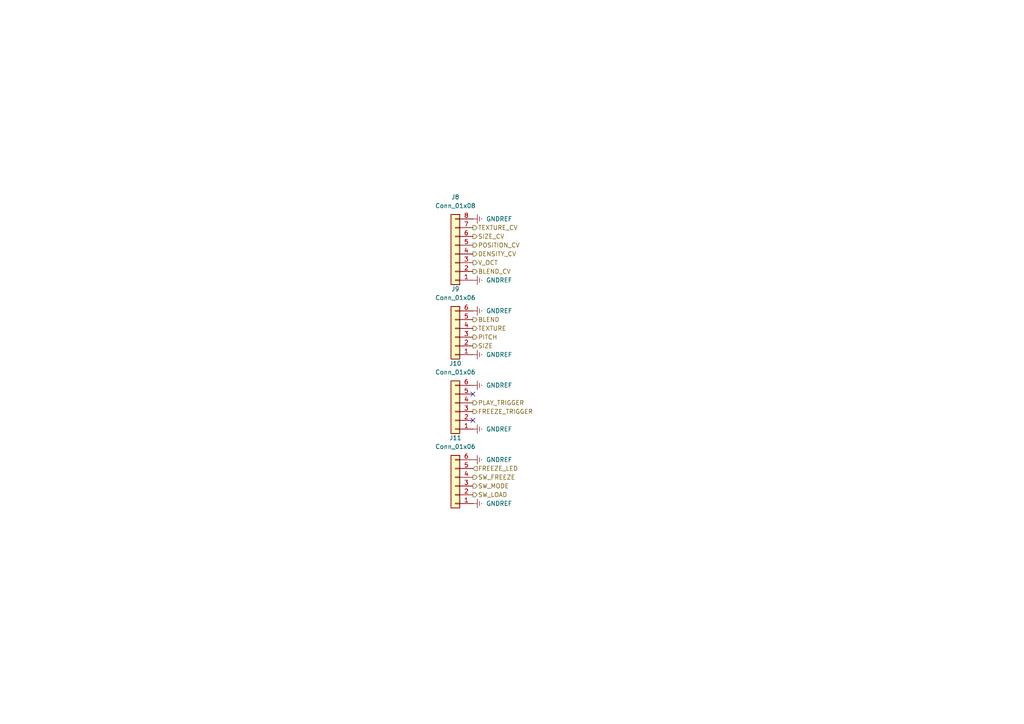
<source format=kicad_sch>
(kicad_sch (version 20231120) (generator "eeschema") (generator_version "8.0")
  (paper "A4")
  (lib_symbols
    (symbol "Connector_Generic:Conn_01x06" (pin_names (offset 1.016) hide)
      (property "Reference" "J" (at 0 7.62 0))
      (property "Value" "Conn_01x06" (at 0 -10.16 0))
      (symbol "Conn_01x06_1_1"
        (rectangle (start -1.27 -7.493) (end 0 -7.747) (stroke (width 0.1524)))
        (rectangle (start -1.27 -4.953) (end 0 -5.207) (stroke (width 0.1524)))
        (rectangle (start -1.27 -2.413) (end 0 -2.667) (stroke (width 0.1524)))
        (rectangle (start -1.27 0.127) (end 0 -0.127) (stroke (width 0.1524)))
        (rectangle (start -1.27 2.667) (end 0 2.413) (stroke (width 0.1524)))
        (rectangle (start -1.27 5.207) (end 0 4.953) (stroke (width 0.1524)))
        (rectangle (start -1.27 6.35) (end 1.27 -8.89) (stroke (width 0.254)) (fill (type background)))
        (pin passive line (at -5.08 5.08 0) (length 3.81) (name "Pin_1") (number "1"))
        (pin passive line (at -5.08 2.54 0) (length 3.81) (name "Pin_2") (number "2"))
        (pin passive line (at -5.08 0 0) (length 3.81) (name "Pin_3") (number "3"))
        (pin passive line (at -5.08 -2.54 0) (length 3.81) (name "Pin_4") (number "4"))
        (pin passive line (at -5.08 -5.08 0) (length 3.81) (name "Pin_5") (number "5"))
        (pin passive line (at -5.08 -7.62 0) (length 3.81) (name "Pin_6") (number "6"))
      )
    )
    (symbol "Connector_Generic:Conn_01x08" (pin_names (offset 1.016) hide)
      (property "Reference" "J" (at 0 10.16 0))
      (property "Value" "Conn_01x08" (at 0 -12.7 0))
      (symbol "Conn_01x08_1_1"
        (rectangle (start -1.27 -10.033) (end 0 -10.287) (stroke (width 0.1524)))
        (rectangle (start -1.27 -7.493) (end 0 -7.747) (stroke (width 0.1524)))
        (rectangle (start -1.27 -4.953) (end 0 -5.207) (stroke (width 0.1524)))
        (rectangle (start -1.27 -2.413) (end 0 -2.667) (stroke (width 0.1524)))
        (rectangle (start -1.27 0.127) (end 0 -0.127) (stroke (width 0.1524)))
        (rectangle (start -1.27 2.667) (end 0 2.413) (stroke (width 0.1524)))
        (rectangle (start -1.27 5.207) (end 0 4.953) (stroke (width 0.1524)))
        (rectangle (start -1.27 7.747) (end 0 7.493) (stroke (width 0.1524)))
        (rectangle (start -1.27 8.89) (end 1.27 -11.43) (stroke (width 0.254)) (fill (type background)))
        (pin passive line (at -5.08 7.62 0) (length 3.81) (name "Pin_1") (number "1"))
        (pin passive line (at -5.08 5.08 0) (length 3.81) (name "Pin_2") (number "2"))
        (pin passive line (at -5.08 2.54 0) (length 3.81) (name "Pin_3") (number "3"))
        (pin passive line (at -5.08 0 0) (length 3.81) (name "Pin_4") (number "4"))
        (pin passive line (at -5.08 -2.54 0) (length 3.81) (name "Pin_5") (number "5"))
        (pin passive line (at -5.08 -5.08 0) (length 3.81) (name "Pin_6") (number "6"))
        (pin passive line (at -5.08 -7.62 0) (length 3.81) (name "Pin_7") (number "7"))
        (pin passive line (at -5.08 -10.16 0) (length 3.81) (name "Pin_8") (number "8"))
      )
    )
    (symbol "power:GNDREF" (power) (pin_numbers hide) (pin_names (offset 0) hide)
      (property "Value" "GNDREF" (at 0 -3.81 0))
      (symbol "GNDREF_0_1"
        (polyline (pts (xy -0.635 -1.905) (xy 0.635 -1.905)))
        (polyline (pts (xy -0.127 -2.54) (xy 0.127 -2.54)))
        (polyline (pts (xy 0 -1.27) (xy 0 0)))
        (polyline (pts (xy 1.27 -1.27) (xy -1.27 -1.27)))
      )
      (symbol "GNDREF_1_1"
        (pin power_in line (at 0 0 270) (length 0) (name "~") (number "1"))
      )
    )
  )
  (no_connect (at 137.16 114.3))
  (no_connect (at 137.16 121.92))
  (hierarchical_label "SIZE_CV" (shape output) (at 137.16 68.58 0))
  (hierarchical_label "TEXTURE" (shape output) (at 137.16 95.25 0))
  (hierarchical_label "SIZE" (shape output) (at 137.16 100.33 0))
  (hierarchical_label "TEXTURE_CV" (shape output) (at 137.16 66.04 0))
  (hierarchical_label "POSITION_CV" (shape output) (at 137.16 71.12 0))
  (hierarchical_label "FREEZE_TRIGGER" (shape output) (at 137.16 119.38 0))
  (hierarchical_label "PLAY_TRIGGER" (shape output) (at 137.16 116.84 0))
  (hierarchical_label "SW_LOAD" (shape output) (at 137.16 143.51 0))
  (hierarchical_label "DENSITY_CV" (shape output) (at 137.16 73.66 0))
  (hierarchical_label "BLEND_CV" (shape output) (at 137.16 78.74 0))
  (hierarchical_label "SW_FREEZE" (shape output) (at 137.16 138.43 0))
  (hierarchical_label "BLEND" (shape output) (at 137.16 92.71 0))
  (hierarchical_label "FREEZE_LED" (shape input) (at 137.16 135.89 0))
  (hierarchical_label "V_OCT" (shape output) (at 137.16 76.2 0))
  (hierarchical_label "SW_MODE" (shape output) (at 137.16 140.97 0))
  (hierarchical_label "PITCH" (shape output) (at 137.16 97.79 0))
  (symbol (lib_id "power:GNDREF") (at 137.16 90.17 90) (unit 1)
    (property "Reference" "#PWR044" (effects (hide yes)))
    (property "Value" "GNDREF" (at 140.97 90.1699 90) (effects (justify right)))
    (property "Description" "Power symbol creates a global label with name \"GNDREF\" , reference supply ground" (effects (hide yes)))
  )
  (symbol (lib_id "Connector_Generic:Conn_01x06") (at 132.08 119.38 180) (unit 1)
    (property "Reference" "J10" (at 132.08 105.41 0))
    (property "Value" "Conn_01x06" (at 132.08 107.95 0))
    (property "Footprint" "Connector_PinHeader_2.54mm:PinHeader_1x06_P2.54mm_Vertical" (effects (hide yes)))
    (property "Description" "Generic connector, single row, 01x06, script generated (kicad-library-utils/schlib/autogen/connector/)" (effects (hide yes)))
  )
  (symbol (lib_id "power:GNDREF") (at 137.16 81.28 90) (unit 1)
    (property "Reference" "#PWR043" (effects (hide yes)))
    (property "Value" "GNDREF" (at 140.97 81.2799 90) (effects (justify right)))
    (property "Description" "Power symbol creates a global label with name \"GNDREF\" , reference supply ground" (effects (hide yes)))
  )
  (symbol (lib_id "Connector_Generic:Conn_01x06") (at 132.08 97.79 180) (unit 1)
    (property "Reference" "J9" (at 132.08 83.82 0))
    (property "Value" "Conn_01x06" (at 132.08 86.36 0))
    (property "Footprint" "Connector_PinHeader_2.54mm:PinHeader_1x06_P2.54mm_Vertical" (effects (hide yes)))
    (property "Description" "Generic connector, single row, 01x06, script generated (kicad-library-utils/schlib/autogen/connector/)" (effects (hide yes)))
  )
  (symbol (lib_id "Connector_Generic:Conn_01x08") (at 132.08 73.66 180) (unit 1)
    (property "Reference" "J8" (at 132.08 57.15 0))
    (property "Value" "Conn_01x08" (at 132.08 59.69 0))
    (property "Footprint" "Connector_PinHeader_2.54mm:PinHeader_1x08_P2.54mm_Vertical" (effects (hide yes)))
    (property "Description" "Generic connector, single row, 01x08, script generated (kicad-library-utils/schlib/autogen/connector/)" (effects (hide yes)))
  )
  (symbol (lib_id "power:GNDREF") (at 137.16 63.5 90) (unit 1)
    (property "Reference" "#PWR042" (effects (hide yes)))
    (property "Value" "GNDREF" (at 140.97 63.4999 90) (effects (justify right)))
    (property "Description" "Power symbol creates a global label with name \"GNDREF\" , reference supply ground" (effects (hide yes)))
  )
  (symbol (lib_id "power:GNDREF") (at 137.16 133.35 90) (unit 1)
    (property "Reference" "#PWR048" (effects (hide yes)))
    (property "Value" "GNDREF" (at 140.97 133.3499 90) (effects (justify right)))
    (property "Description" "Power symbol creates a global label with name \"GNDREF\" , reference supply ground" (effects (hide yes)))
  )
  (symbol (lib_id "power:GNDREF") (at 137.16 111.76 90) (unit 1)
    (property "Reference" "#PWR046" (effects (hide yes)))
    (property "Value" "GNDREF" (at 140.97 111.7599 90) (effects (justify right)))
    (property "Description" "Power symbol creates a global label with name \"GNDREF\" , reference supply ground" (effects (hide yes)))
  )
  (symbol (lib_id "power:GNDREF") (at 137.16 146.05 90) (unit 1)
    (property "Reference" "#PWR049" (effects (hide yes)))
    (property "Value" "GNDREF" (at 140.97 146.0499 90) (effects (justify right)))
    (property "Description" "Power symbol creates a global label with name \"GNDREF\" , reference supply ground" (effects (hide yes)))
  )
  (symbol (lib_id "Connector_Generic:Conn_01x06") (at 132.08 140.97 180) (unit 1)
    (property "Reference" "J11" (at 132.08 127 0))
    (property "Value" "Conn_01x06" (at 132.08 129.54 0))
    (property "Footprint" "Connector_PinHeader_2.54mm:PinHeader_1x06_P2.54mm_Vertical" (effects (hide yes)))
    (property "Description" "Generic connector, single row, 01x06, script generated (kicad-library-utils/schlib/autogen/connector/)" (effects (hide yes)))
  )
  (symbol (lib_id "power:GNDREF") (at 137.16 102.87 90) (unit 1)
    (property "Reference" "#PWR045" (effects (hide yes)))
    (property "Value" "GNDREF" (at 140.97 102.8699 90) (effects (justify right)))
    (property "Description" "Power symbol creates a global label with name \"GNDREF\" , reference supply ground" (effects (hide yes)))
  )
  (symbol (lib_id "power:GNDREF") (at 137.16 124.46 90) (unit 1)
    (property "Reference" "#PWR047" (effects (hide yes)))
    (property "Value" "GNDREF" (at 140.97 124.4599 90) (effects (justify right)))
    (property "Description" "Power symbol creates a global label with name \"GNDREF\" , reference supply ground" (effects (hide yes)))
  )
)
</source>
